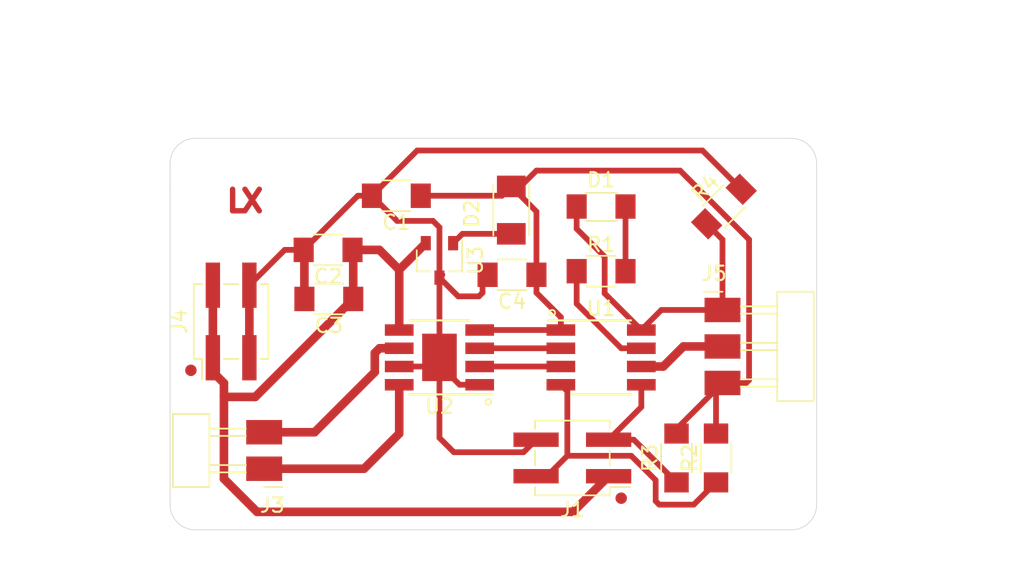
<source format=kicad_pcb>
(kicad_pcb (version 20240108) (generator "pcbnew") (generator_version "8.0")
  (layers (0 "F.Cu" signal) (31 "B.Cu" signal) (34 "B.Paste" user) (35 "F.Paste" user) (36 "B.SilkS" user "B.Silkscreen") (37 "F.SilkS" user "F.Silkscreen") (38 "B.Mask" user) (39 "F.Mask" user) (44 "Edge.Cuts" user))
  (net 0 "")
  (net 1 "PWR_5V")
  (net 2 "PWR_GND")
  (net 3 "PWR_12V")
  (net 4 "Net-(D1-A)")
  (net 5 "SDA")
  (net 6 "SCL")
  (net 7 "UPDI")
  (net 8 "OUT1")
  (net 9 "OUT2")
  (net 10 "LED")
  (net 11 "IN1")
  (net 12 "IN2")
  (net 13 "Net-(D2-A)")
  (footprint "fab:R_1206" (layer "F.Cu") (at 199.25 53.5)
    (property "Reference" "R1" (at 0 -1.85 0) (layer "F.SilkS"))
    (property "Value" "R_1206")
    (fp_line (start -1 -1.07) (end 1 -1.07) (stroke (width 0.12)) (layer "F.SilkS"))
    (fp_line (start 1 1.07) (end -1 1.07) (stroke (width 0.12)) (layer "F.SilkS"))
    (pad "1" smd rect (at -1.7 0) (size 1.4 1.7) (layers "F.Cu" "F.Paste" "F.Mask") (net 10 "LED"))
    (pad "2" smd rect (at 1.7 0) (size 1.4 1.7) (layers "F.Cu" "F.Paste" "F.Mask") (net 4 "Net-(D1-A)"))
  )
  (footprint "fab:PinHeader_1x03_P2.54mm_Horizontal_SMD" (layer "F.Cu") (at 207.7 56.2)
    (property "Reference" "J5" (at -1.524 -2.54 180) (layer "F.SilkS") (effects (justify left)))
    (property "Value" "Conn_PinHeader_1x03_P2.54mm_Horizontal_SMD")
    (fp_line (start -1.27 -1.27) (end 0 -1.27) (stroke (width 0.12)) (layer "F.SilkS"))
    (fp_line (start 3.81 -1.27) (end 6.35 -1.27) (stroke (width 0.12)) (layer "F.SilkS"))
    (fp_line (start 3.81 -0.254) (end 1.27 -0.254) (stroke (width 0.12)) (layer "F.SilkS"))
    (fp_line (start 3.81 0.254) (end 1.27 0.254) (stroke (width 0.12)) (layer "F.SilkS"))
    (fp_line (start 3.81 2.286) (end 1.27 2.286) (stroke (width 0.12)) (layer "F.SilkS"))
    (fp_line (start 3.81 2.794) (end 1.27 2.794) (stroke (width 0.12)) (layer "F.SilkS"))
    (fp_line (start 3.81 4.826) (end 1.27 4.826) (stroke (width 0.12)) (layer "F.SilkS"))
    (fp_line (start 3.81 5.334) (end 1.27 5.334) (stroke (width 0.12)) (layer "F.SilkS"))
    (fp_line (start 3.81 6.35) (end 3.81 -1.27) (stroke (width 0.12)) (layer "F.SilkS"))
    (fp_line (start 6.35 -1.27) (end 6.35 6.35) (stroke (width 0.12)) (layer "F.SilkS"))
    (fp_line (start 6.35 6.35) (end 3.81 6.35) (stroke (width 0.12)) (layer "F.SilkS"))
    (pad "1" smd rect (at 0 0) (size 2.5 1.7) (layers "F.Cu" "F.Paste" "F.Mask") (net 2 "PWR_GND"))
    (pad "2" smd rect (at 0 2.54) (size 2.5 1.7) (layers "F.Cu" "F.Paste" "F.Mask") (net 7 "UPDI"))
    (pad "3" smd rect (at 0 5.08) (size 2.5 1.7) (layers "F.Cu" "F.Paste" "F.Mask") (net 1 "PWR_5V"))
  )
  (footprint "fab:C_1206" (layer "F.Cu") (at 180.25 52.0175 180)
    (property "Reference" "C2" (at 0 -1.85 180) (layer "F.SilkS"))
    (property "Value" "C_1206")
    (fp_line (start 1 1.07) (end -1 1.07) (stroke (width 0.12)) (layer "F.SilkS"))
    (fp_line (start -1 -1.07) (end 1 -1.07) (stroke (width 0.12)) (layer "F.SilkS"))
    (pad "1" smd rect (at -1.7 0 180) (size 1.4 1.7) (layers "F.Cu" "F.Paste" "F.Mask") (net 3 "PWR_12V"))
    (pad "2" smd rect (at 1.7 0 180) (size 1.4 1.7) (layers "F.Cu" "F.Paste" "F.Mask") (net 2 "PWR_GND"))
  )
  (footprint "fab:R_1206" (layer "F.Cu") (at 204.5 66.5 90)
    (property "Reference" "R3" (at 0 -1.85 270) (layer "F.SilkS"))
    (property "Value" "R_1206")
    (fp_line (start -1 -1.07) (end 1 -1.07) (stroke (width 0.12)) (layer "F.SilkS"))
    (fp_line (start 1 1.07) (end -1 1.07) (stroke (width 0.12)) (layer "F.SilkS"))
    (pad "1" smd rect (at -1.7 0 90) (size 1.4 1.7) (layers "F.Cu" "F.Paste" "F.Mask") (net 6 "SCL"))
    (pad "2" smd rect (at 1.7 0 90) (size 1.4 1.7) (layers "F.Cu" "F.Paste" "F.Mask") (net 1 "PWR_5V"))
  )
  (footprint "fab:R_1206" (layer "F.Cu") (at 207.25 66.5 90)
    (property "Reference" "R2" (at 0 -1.85 270) (layer "F.SilkS"))
    (property "Value" "R_1206")
    (fp_line (start -1 -1.07) (end 1 -1.07) (stroke (width 0.12)) (layer "F.SilkS"))
    (fp_line (start 1 1.07) (end -1 1.07) (stroke (width 0.12)) (layer "F.SilkS"))
    (pad "1" smd rect (at -1.7 0 90) (size 1.4 1.7) (layers "F.Cu" "F.Paste" "F.Mask") (net 5 "SDA"))
    (pad "2" smd rect (at 1.7 0 90) (size 1.4 1.7) (layers "F.Cu" "F.Paste" "F.Mask") (net 1 "PWR_5V"))
  )
  (footprint "fab:C_1206" (layer "F.Cu") (at 185 48.25 180)
    (property "Reference" "C1" (at 0 -1.85 180) (layer "F.SilkS"))
    (property "Value" "C_1206")
    (fp_line (start 1 1.07) (end -1 1.07) (stroke (width 0.12)) (layer "F.SilkS"))
    (fp_line (start -1 -1.07) (end 1 -1.07) (stroke (width 0.12)) (layer "F.SilkS"))
    (pad "1" smd rect (at -1.7 0 180) (size 1.4 1.7) (layers "F.Cu" "F.Paste" "F.Mask") (net 1 "PWR_5V"))
    (pad "2" smd rect (at 1.7 0 180) (size 1.4 1.7) (layers "F.Cu" "F.Paste" "F.Mask") (net 2 "PWR_GND"))
  )
  (footprint "fab:C_1206" (layer "F.Cu") (at 193.05 53.75 180)
    (property "Reference" "C4" (at 0 -1.85 180) (layer "F.SilkS"))
    (property "Value" "C_1206")
    (fp_line (start 1 1.07) (end -1 1.07) (stroke (width 0.12)) (layer "F.SilkS"))
    (fp_line (start -1 -1.07) (end 1 -1.07) (stroke (width 0.12)) (layer "F.SilkS"))
    (pad "1" smd rect (at -1.7 0 180) (size 1.4 1.7) (layers "F.Cu" "F.Paste" "F.Mask") (net 1 "PWR_5V"))
    (pad "2" smd rect (at 1.7 0 180) (size 1.4 1.7) (layers "F.Cu" "F.Paste" "F.Mask") (net 2 "PWR_GND"))
  )
  (footprint "fab:R_1206" (layer "F.Cu") (at 207.8 49 45)
    (property "Reference" "R4" (at 0 -1.850001 45) (layer "F.SilkS"))
    (property "Value" "R_1206")
    (fp_line (start -1 -1.07) (end 1 -1.07) (stroke (width 0.12)) (layer "F.SilkS"))
    (fp_line (start 1 1.07) (end -1 1.07) (stroke (width 0.12)) (layer "F.SilkS"))
    (pad "1" smd rect (at -1.700001 0 45) (size 1.4 1.7) (layers "F.Cu" "F.Paste" "F.Mask") (net 2 "PWR_GND"))
    (pad "2" smd rect (at 1.700001 0 45) (size 1.4 1.7) (layers "F.Cu" "F.Paste" "F.Mask") (net 2 "PWR_GND"))
  )
  (footprint "fab:SOT-23-3" (layer "F.Cu") (at 188 52.75 -90)
    (property "Reference" "U3" (at 0 -2.5 90) (layer "F.SilkS"))
    (property "Value" "Regulator_Linear_5.0V_100mA_TexasInstruments")
    (fp_line (start 0.76 1.58) (end -0.7 1.58) (stroke (width 0.12)) (layer "F.SilkS"))
    (fp_line (start 0.76 1.58) (end 0.76 0.65) (stroke (width 0.12)) (layer "F.SilkS"))
    (fp_line (start 0.76 -1.58) (end 0.76 -0.65) (stroke (width 0.12)) (layer "F.SilkS"))
    (fp_line (start 0.76 -1.58) (end -1.4 -1.58) (stroke (width 0.12)) (layer "F.SilkS"))
    (pad "1" smd rect (at -1.2 -0.95 270) (size 1 0.7) (layers "F.Cu" "F.Paste" "F.Mask") (net 13 "Net-(D2-A)"))
    (pad "2" smd rect (at -1.2 0.95 270) (size 1 0.7) (layers "F.Cu" "F.Paste" "F.Mask") (net 3 "PWR_12V"))
    (pad "3" smd rect (at 1.2 0 270) (size 1 0.7) (layers "F.Cu" "F.Paste" "F.Mask") (net 2 "PWR_GND"))
  )
  (footprint "fab:PinHeader_1x02_P2.54mm_Horizontal_SMD" (layer "F.Cu") (at 175.8 67.25 180)
    (property "Reference" "J3" (at -1.524 -2.54 180) (layer "F.SilkS") (effects (justify right)))
    (property "Value" "Conn_PinHeader_1x02_P2.54mm_Horizontal_SMD")
    (fp_line (start 6.35 3.81) (end 3.81 3.81) (stroke (width 0.12)) (layer "F.SilkS"))
    (fp_line (start 6.35 -1.27) (end 6.35 3.81) (stroke (width 0.12)) (layer "F.SilkS"))
    (fp_line (start 3.81 3.81) (end 3.81 -1.27) (stroke (width 0.12)) (layer "F.SilkS"))
    (fp_line (start 3.81 2.794) (end 1.27 2.794) (stroke (width 0.12)) (layer "F.SilkS"))
    (fp_line (start 3.81 2.286) (end 1.27 2.286) (stroke (width 0.12)) (layer "F.SilkS"))
    (fp_line (start 3.81 0.254) (end 1.27 0.254) (stroke (width 0.12)) (layer "F.SilkS"))
    (fp_line (start 3.81 -0.254) (end 1.27 -0.254) (stroke (width 0.12)) (layer "F.SilkS"))
    (fp_line (start 3.81 -1.27) (end 6.35 -1.27) (stroke (width 0.12)) (layer "F.SilkS"))
    (fp_line (start -1.27 -1.27) (end 0 -1.27) (stroke (width 0.12)) (layer "F.SilkS"))
    (pad "1" smd rect (at 0 0 180) (size 2.5 1.7) (layers "F.Cu" "F.Paste" "F.Mask") (net 9 "OUT2"))
    (pad "2" smd rect (at 0 2.54 180) (size 2.5 1.7) (layers "F.Cu" "F.Paste" "F.Mask") (net 8 "OUT1"))
  )
  (footprint "fab:SOIC-8_3.9x4.9mm_P1.27mm_EP2.41x3.3mm" (layer "F.Cu") (at 188 59.5 180)
    (property "Reference" "U2" (at 0 -3.4 180) (layer "F.SilkS"))
    (property "Value" "MotorDriver_FullBridge_A4953")
    (fp_line (start -2.075 2.575) (end 2.075 2.575) (stroke (width 0.15)) (layer "F.SilkS"))
    (fp_line (start -3.69 -2.575) (end 2.075 -2.575) (stroke (width 0.15)) (layer "F.SilkS"))
    (fp_circle (center -3.4 -3.1) (end -3.2 -3.1) (stroke (width 0.12)) (fill none) (layer "F.SilkS"))
    (pad "1" smd rect (at -2.8 -1.905 180) (size 2 0.8) (layers "F.Cu" "F.Paste" "F.Mask") (net 2 "PWR_GND"))
    (pad "2" smd rect (at -2.8 -0.635 180) (size 2 0.8) (layers "F.Cu" "F.Paste" "F.Mask") (net 12 "IN2"))
    (pad "3" smd rect (at -2.8 0.635 180) (size 2 0.8) (layers "F.Cu" "F.Paste" "F.Mask") (net 11 "IN1"))
    (pad "4" smd rect (at -2.8 1.905 180) (size 2 0.8) (layers "F.Cu" "F.Paste" "F.Mask") (net 1 "PWR_5V"))
    (pad "5" smd rect (at 2.8 1.905 180) (size 2 0.8) (layers "F.Cu" "F.Paste" "F.Mask") (net 3 "PWR_12V"))
    (pad "6" smd rect (at 2.8 0.635 180) (size 2 0.8) (layers "F.Cu" "F.Paste" "F.Mask") (net 8 "OUT1"))
    (pad "7" smd rect (at 2.8 -0.635 180) (size 2 0.8) (layers "F.Cu" "F.Paste" "F.Mask") (net 2 "PWR_GND"))
    (pad "8" smd rect (at 2.8 -1.905 180) (size 2 0.8) (layers "F.Cu" "F.Paste" "F.Mask") (net 9 "OUT2"))
    (pad "9" smd rect (at 0 0 180) (size 2.41 3.3) (layers "F.Cu" "F.Paste" "F.Mask") (net 2 "PWR_GND"))
  )
  (footprint "fab:C_1206" (layer "F.Cu") (at 180.3 55.4325 180)
    (property "Reference" "C3" (at 0 -1.85 180) (layer "F.SilkS"))
    (property "Value" "C_1206")
    (fp_line (start 1 1.07) (end -1 1.07) (stroke (width 0.12)) (layer "F.SilkS"))
    (fp_line (start -1 -1.07) (end 1 -1.07) (stroke (width 0.12)) (layer "F.SilkS"))
    (pad "1" smd rect (at -1.7 0 180) (size 1.4 1.7) (layers "F.Cu" "F.Paste" "F.Mask") (net 3 "PWR_12V"))
    (pad "2" smd rect (at 1.7 0 180) (size 1.4 1.7) (layers "F.Cu" "F.Paste" "F.Mask") (net 2 "PWR_GND"))
  )
  (footprint "fab:PinHeader_2x02_P2.54mm_Vertical_SMD" (layer "F.Cu") (at 173.5 57 90)
    (property "Reference" "J4" (at 0 -3.6 270) (layer "F.SilkS"))
    (property "Value" "Conn_PinHeader_2x02_P2.54mm_Vertical_SMD")
    (fp_circle (center -3.4 -2.8) (end -3.1 -2.8) (stroke (width 0.2)) (fill solid) (layer "F.Cu"))
    (fp_line (start 2.6 -2.6) (end 2.6 -2.03) (stroke (width 0.12)) (layer "F.SilkS"))
    (fp_line (start -2.6 -2.6) (end 2.6 -2.6) (stroke (width 0.12)) (layer "F.SilkS"))
    (fp_line (start -2.6 -2.6) (end -2.6 -2.03) (stroke (width 0.12)) (layer "F.SilkS"))
    (fp_line (start -4.04 -2.03) (end -2.6 -2.03) (stroke (width 0.12)) (layer "F.SilkS"))
    (fp_line (start 2.6 -0.51) (end 2.6 0.51) (stroke (width 0.12)) (layer "F.SilkS"))
    (fp_line (start -2.6 -0.51) (end -2.6 0.51) (stroke (width 0.12)) (layer "F.SilkS"))
    (fp_line (start 2.6 2.03) (end 2.6 2.6) (stroke (width 0.12)) (layer "F.SilkS"))
    (fp_line (start -2.6 2.03) (end -2.6 2.6) (stroke (width 0.12)) (layer "F.SilkS"))
    (fp_line (start -2.6 2.6) (end 2.6 2.6) (stroke (width 0.12)) (layer "F.SilkS"))
    (pad "1" smd rect (at -2.525 -1.27 90) (size 3.15 1) (layers "F.Cu" "F.Paste" "F.Mask") (net 3 "PWR_12V"))
    (pad "2" smd rect (at 2.525 -1.27 90) (size 3.15 1) (layers "F.Cu" "F.Paste" "F.Mask") (net 3 "PWR_12V"))
    (pad "3" smd rect (at -2.525 1.27 90) (size 3.15 1) (layers "F.Cu" "F.Paste" "F.Mask") (net 2 "PWR_GND"))
    (pad "4" smd rect (at 2.525 1.27 90) (size 3.15 1) (layers "F.Cu" "F.Paste" "F.Mask") (net 2 "PWR_GND"))
  )
  (footprint "fab:PinHeader_2x02_P2.54mm_Vertical_SMD" (layer "F.Cu") (at 197.25 66.5 180)
    (property "Reference" "J1" (at 0 -3.6 180) (layer "F.SilkS"))
    (property "Value" "Conn_PinHeader_2x02_P2.54mm_Vertical_SMD")
    (fp_circle (center -3.4 -2.8) (end -3.1 -2.8) (stroke (width 0.2)) (fill solid) (layer "F.Cu"))
    (fp_line (start 2.6 2.03) (end 2.6 2.6) (stroke (width 0.12)) (layer "F.SilkS"))
    (fp_line (start 2.6 -0.51) (end 2.6 0.51) (stroke (width 0.12)) (layer "F.SilkS"))
    (fp_line (start 2.6 -2.6) (end 2.6 -2.03) (stroke (width 0.12)) (layer "F.SilkS"))
    (fp_line (start -2.6 2.6) (end 2.6 2.6) (stroke (width 0.12)) (layer "F.SilkS"))
    (fp_line (start -2.6 2.03) (end -2.6 2.6) (stroke (width 0.12)) (layer "F.SilkS"))
    (fp_line (start -2.6 -0.51) (end -2.6 0.51) (stroke (width 0.12)) (layer "F.SilkS"))
    (fp_line (start -2.6 -2.6) (end 2.6 -2.6) (stroke (width 0.12)) (layer "F.SilkS"))
    (fp_line (start -2.6 -2.6) (end -2.6 -2.03) (stroke (width 0.12)) (layer "F.SilkS"))
    (fp_line (start -4.04 -2.03) (end -2.6 -2.03) (stroke (width 0.12)) (layer "F.SilkS"))
    (pad "1" smd rect (at -2.525 -1.27 180) (size 3.15 1) (layers "F.Cu" "F.Paste" "F.Mask") (net 3 "PWR_12V"))
    (pad "2" smd rect (at 2.525 -1.27 180) (size 3.15 1) (layers "F.Cu" "F.Paste" "F.Mask") (net 5 "SDA"))
    (pad "3" smd rect (at -2.525 1.27 180) (size 3.15 1) (layers "F.Cu" "F.Paste" "F.Mask") (net 6 "SCL"))
    (pad "4" smd rect (at 2.525 1.27 180) (size 3.15 1) (layers "F.Cu" "F.Paste" "F.Mask") (net 2 "PWR_GND"))
  )
  (footprint "fab:SOD-123T" (layer "F.Cu") (at 193 49.25 -90)
    (property "Reference" "D2" (at 0.25 2.75 90) (layer "F.SilkS"))
    (property "Value" "Diode_Schottky_MiniSMA")
    (fp_line (start -1.75 1.25) (end 1.75 1.25) (stroke (width 0.12)) (layer "F.SilkS"))
    (fp_line (start -1.75 -1.25) (end 1.75 -1.25) (stroke (width 0.12)) (layer "F.SilkS"))
    (pad "1" smd rect (at -1.65 0 270) (size 1.5 2) (layers "F.Cu" "F.Paste" "F.Mask") (net 1 "PWR_5V"))
    (pad "2" smd rect (at 1.65 0 270) (size 1.5 2) (layers "F.Cu" "F.Paste" "F.Mask") (net 13 "Net-(D2-A)"))
  )
  (footprint "fab:SOIC-8_3.9x4.9mm_P1.27mm" (layer "F.Cu") (at 199.25 59.5)
    (property "Reference" "U1" (at 0 -3.4 0) (layer "F.SilkS"))
    (property "Value" "Microcontroller_ATtiny412_SSFR")
    (fp_line (start -3.69 -2.575) (end 2.075 -2.575) (stroke (width 0.15)) (layer "F.SilkS"))
    (fp_line (start -2.075 2.575) (end 2.075 2.575) (stroke (width 0.15)) (layer "F.SilkS"))
    (fp_circle (center -3.4 -3.1) (end -3.2 -3.1) (stroke (width 0.12)) (fill none) (layer "F.SilkS"))
    (pad "1" smd rect (at -2.8 -1.905) (size 2 0.8) (layers "F.Cu" "F.Paste" "F.Mask") (net 1 "PWR_5V"))
    (pad "2" smd rect (at -2.8 -0.635) (size 2 0.8) (layers "F.Cu" "F.Paste" "F.Mask") (net 11 "IN1"))
    (pad "3" smd rect (at -2.8 0.635) (size 2 0.8) (layers "F.Cu" "F.Paste" "F.Mask") (net 12 "IN2"))
    (pad "4" smd rect (at -2.8 1.905) (size 2 0.8) (layers "F.Cu" "F.Paste" "F.Mask") (net 5 "SDA"))
    (pad "5" smd rect (at 2.8 1.905) (size 2 0.8) (layers "F.Cu" "F.Paste" "F.Mask") (net 6 "SCL"))
    (pad "6" smd rect (at 2.8 0.635) (size 2 0.8) (layers "F.Cu" "F.Paste" "F.Mask") (net 7 "UPDI"))
    (pad "7" smd rect (at 2.8 -0.635) (size 2 0.8) (layers "F.Cu" "F.Paste" "F.Mask") (net 10 "LED"))
    (pad "8" smd rect (at 2.8 -1.905) (size 2 0.8) (layers "F.Cu" "F.Paste" "F.Mask") (net 2 "PWR_GND"))
  )
  (footprint "fab:LED_1206" (layer "F.Cu") (at 199.25 49)
    (property "Reference" "D1" (at 0 -1.85 0) (layer "F.SilkS"))
    (property "Value" "LED_1206")
    (fp_line (start -1.1 -0.95) (end 1.1 -0.95) (stroke (width 0.12)) (layer "F.SilkS"))
    (fp_line (start -1.1 1) (end 1.1 1) (stroke (width 0.12)) (layer "F.SilkS"))
    (pad "1" smd rect (at -1.7 0) (size 1.4 1.7) (layers "F.Cu" "F.Paste" "F.Mask") (net 2 "PWR_GND"))
    (pad "2" smd rect (at 1.7 0) (size 1.4 1.7) (layers "F.Cu" "F.Paste" "F.Mask") (net 4 "Net-(D1-A)"))
  )
  (gr_line (start 171 44.25) (end 212.5 44.25) (stroke (width 0.05)) (layer "Edge.Cuts"))
  (gr_line (start 214.25 46) (end 214.25 47.75) (stroke (width 0.05)) (layer "Edge.Cuts"))
  (gr_arc (start 212.5 44.25) (mid 213.737437 44.762563) (end 214.25 46) (stroke (width 0.05)) (layer "Edge.Cuts"))
  (gr_arc (start 169.25 46) (mid 169.762563 44.762563) (end 171 44.25) (stroke (width 0.05)) (layer "Edge.Cuts"))
  (gr_line (start 169.25 47.75) (end 169.25 46) (stroke (width 0.05)) (layer "Edge.Cuts"))
  (gr_arc (start 214.25 69.75) (mid 213.737437 70.987437) (end 212.5 71.5) (stroke (width 0.05)) (layer "Edge.Cuts"))
  (gr_line (start 214.25 47.75) (end 214.25 69.75) (stroke (width 0.05)) (layer "Edge.Cuts"))
  (gr_line (start 212.5 71.5) (end 171 71.5) (stroke (width 0.05)) (layer "Edge.Cuts"))
  (gr_arc (start 171 71.5) (mid 169.762563 70.987437) (end 169.25 69.75) (stroke (width 0.05)) (layer "Edge.Cuts"))
  (gr_line (start 169.25 69.75) (end 169.25 47.75) (stroke (width 0.05)) (layer "Edge.Cuts"))
  (gr_text "L" (at 173 49.5 0) (layer "F.Cu") (effects (font (size 1.5 1.5) (thickness 0.375) (bold yes)) (justify left bottom)))
  (gr_text "X" (at 174 49.5 0) (layer "F.Cu") (effects (font (size 1.5 1.5) (thickness 0.375) (bold yes)) (justify left bottom)))
  (segment (start 186.7 48.25) (end 192.35 48.25) (width 0.4) (layer "F.Cu") (net 1))
  (segment (start 192.35 48.25) (end 193 47.6) (width 0.4) (layer "F.Cu") (net 1))
  (segment (start 194.75 55) (end 196.45 56.7) (width 0.4) (layer "F.Cu") (net 1))
  (segment (start 209.55 61.08) (end 209.55 51.3) (width 0.4) (layer "F.Cu") (net 1))
  (segment (start 207.25 61.73) (end 207.7 61.28) (width 0.4) (layer "F.Cu") (net 1))
  (segment (start 204.5 64.48) (end 207.7 61.28) (width 0.4) (layer "F.Cu") (net 1))
  (segment (start 193.65 47.6) (end 193 47.6) (width 0.4) (layer "F.Cu") (net 1))
  (segment (start 196.45 57.595) (end 190.8 57.595) (width 0.4) (layer "F.Cu") (net 1))
  (segment (start 196.45 56.7) (end 196.45 57.595) (width 0.4) (layer "F.Cu") (net 1))
  (segment (start 194.75 46.5) (end 193.65 47.6) (width 0.4) (layer "F.Cu") (net 1))
  (segment (start 207.7 61.28) (end 209.35 61.28) (width 0.4) (layer "F.Cu") (net 1))
  (segment (start 194.75 49.35) (end 194.75 53.75) (width 0.4) (layer "F.Cu") (net 1))
  (segment (start 204.5 64.8) (end 204.5 64.48) (width 0.4) (layer "F.Cu") (net 1))
  (segment (start 209.55 51.3) (end 204.75 46.5) (width 0.4) (layer "F.Cu") (net 1))
  (segment (start 193 47.6) (end 194.75 49.35) (width 0.4) (layer "F.Cu") (net 1))
  (segment (start 194.75 53.75) (end 194.75 55) (width 0.4) (layer "F.Cu") (net 1))
  (segment (start 204.75 46.5) (end 194.75 46.5) (width 0.4) (layer "F.Cu") (net 1))
  (segment (start 209.35 61.28) (end 209.55 61.08) (width 0.4) (layer "F.Cu") (net 1))
  (segment (start 207.25 64.8) (end 207.25 61.73) (width 0.4) (layer "F.Cu") (net 1))
  (segment (start 199.5 55.045) (end 202.05 57.595) (width 0.4) (layer "F.Cu") (net 2))
  (segment (start 207.7 56.2) (end 203.445 56.2) (width 0.4) (layer "F.Cu") (net 2))
  (segment (start 187.365 60.135) (end 188 59.5) (width 0.4) (layer "F.Cu") (net 2))
  (segment (start 197.55 49) (end 197.55 50.55) (width 0.4) (layer "F.Cu") (net 2))
  (segment (start 188 59.5) (end 188 60.005) (width 0.4) (layer "F.Cu") (net 2))
  (segment (start 188 59.5) (end 188 53.95) (width 0.4) (layer "F.Cu") (net 2))
  (segment (start 174.77 54.475) (end 174.77 59.525) (width 0.6) (layer "F.Cu") (net 2))
  (segment (start 178.55 52.0175) (end 177.2275 52.0175) (width 0.4) (layer "F.Cu") (net 2))
  (segment (start 188 50.45) (end 187.55 50) (width 0.4) (layer "F.Cu") (net 2))
  (segment (start 207.7 56.2) (end 207.7 51.304164) (width 0.4) (layer "F.Cu") (net 2))
  (segment (start 194.725 65.23) (end 193.855 66.1) (width 0.4) (layer "F.Cu") (net 2))
  (segment (start 190.75 55.25) (end 191 55) (width 0.4) (layer "F.Cu") (net 2))
  (segment (start 188 60.005) (end 189.4 61.405) (width 0.4) (layer "F.Cu") (net 2))
  (segment (start 197.55 50.55) (end 199.5 52.5) (width 0.4) (layer "F.Cu") (net 2))
  (segment (start 191 54.1) (end 191.35 53.75) (width 0.4) (layer "F.Cu") (net 2))
  (segment (start 189.4 61.405) (end 190.8 61.405) (width 0.4) (layer "F.Cu") (net 2))
  (segment (start 187.55 50) (end 185.05 50) (width 0.4) (layer "F.Cu") (net 2))
  (segment (start 178.6 55.4325) (end 178.6 52.0675) (width 0.6) (layer "F.Cu") (net 2))
  (segment (start 185.2 60.135) (end 187.365 60.135) (width 0.4) (layer "F.Cu") (net 2))
  (segment (start 206.304164 45.1) (end 186.45 45.1) (width 0.4) (layer "F.Cu") (net 2))
  (segment (start 188 65.1) (end 188 59.5) (width 0.4) (layer "F.Cu") (net 2))
  (segment (start 189.3 55.25) (end 190.75 55.25) (width 0.4) (layer "F.Cu") (net 2))
  (segment (start 199.5 52.5) (end 199.5 55.045) (width 0.4) (layer "F.Cu") (net 2))
  (segment (start 188.2 53.75) (end 188 53.95) (width 0.4) (layer "F.Cu") (net 2))
  (segment (start 193.855 66.1) (end 189 66.1) (width 0.4) (layer "F.Cu") (net 2))
  (segment (start 183.3 48.25) (end 182.3175 48.25) (width 0.4) (layer "F.Cu") (net 2))
  (segment (start 188 53.95) (end 188 50.45) (width 0.4) (layer "F.Cu") (net 2))
  (segment (start 177.2275 52.0175) (end 174.77 54.475) (width 0.4) (layer "F.Cu") (net 2))
  (segment (start 191 55) (end 191 54.1) (width 0.4) (layer "F.Cu") (net 2))
  (segment (start 209.002082 47.797918) (end 206.304164 45.1) (width 0.4) (layer "F.Cu") (net 2))
  (segment (start 185.05 50) (end 183.3 48.25) (width 0.4) (layer "F.Cu") (net 2))
  (segment (start 188 53.95) (end 189.3 55.25) (width 0.4) (layer "F.Cu") (net 2))
  (segment (start 189 66.1) (end 188 65.1) (width 0.4) (layer "F.Cu") (net 2))
  (segment (start 186.45 45.1) (end 183.3 48.25) (width 0.4) (layer "F.Cu") (net 2))
  (segment (start 182.3175 48.25) (end 178.55 52.0175) (width 0.4) (layer "F.Cu") (net 2))
  (segment (start 207.7 51.304164) (end 206.597918 50.202082) (width 0.4) (layer "F.Cu") (net 2))
  (segment (start 203.445 56.2) (end 202.05 57.595) (width 0.4) (layer "F.Cu") (net 2))
  (segment (start 172.23 59.525) (end 172.23 60.52) (width 0.6) (layer "F.Cu") (net 3))
  (segment (start 197.295 70.25) (end 199.775 67.77) (width 0.6) (layer "F.Cu") (net 3))
  (segment (start 172.23 60.52) (end 173 61.29) (width 0.6) (layer "F.Cu") (net 3))
  (segment (start 175.1825 62.25) (end 182 55.4325) (width 0.6) (layer "F.Cu") (net 3))
  (segment (start 173 62.25) (end 173 67.95) (width 0.6) (layer "F.Cu") (net 3))
  (segment (start 173 62.25) (end 175.1825 62.25) (width 0.6) (layer "F.Cu") (net 3))
  (segment (start 175.3 70.25) (end 197.295 70.25) (width 0.6) (layer "F.Cu") (net 3))
  (segment (start 185.2 53.4) (end 185.2 57.595) (width 0.6) (layer "F.Cu") (net 3))
  (segment (start 172.23 53.4) (end 172.23 54.475) (width 0.6) (layer "F.Cu") (net 3))
  (segment (start 182 55.4325) (end 182 52.0675) (width 0.6) (layer "F.Cu") (net 3))
  (segment (start 187.05 51.55) (end 185.2 53.4) (width 0.6) (layer "F.Cu") (net 3))
  (segment (start 173 67.95) (end 175.3 70.25) (width 0.6) (layer "F.Cu") (net 3))
  (segment (start 173 61.29) (end 173 62.25) (width 0.6) (layer "F.Cu") (net 3))
  (segment (start 181.95 52.0175) (end 183.8175 52.0175) (width 0.6) (layer "F.Cu") (net 3))
  (segment (start 172.23 59.525) (end 172.23 54.475) (width 0.6) (layer "F.Cu") (net 3))
  (segment (start 183.8175 52.0175) (end 185.2 53.4) (width 0.6) (layer "F.Cu") (net 3))
  (segment (start 200.95 53.5) (end 200.95 49) (width 0.4) (layer "F.Cu") (net 4))
  (segment (start 196.45 61.405) (end 196.9 61.855) (width 0.4) (layer "F.Cu") (net 5))
  (segment (start 203.05 69.5) (end 203.3 69.75) (width 0.4) (layer "F.Cu") (net 5))
  (segment (start 196.9 61.855) (end 196.9 66.35) (width 0.4) (layer "F.Cu") (net 5))
  (segment (start 195.48 67.77) (end 194.725 67.77) (width 0.4) (layer "F.Cu") (net 5))
  (segment (start 205.7 69.75) (end 207.25 68.2) (width 0.4) (layer "F.Cu") (net 5))
  (segment (start 196.9 66.35) (end 201.35 66.35) (width 0.4) (layer "F.Cu") (net 5))
  (segment (start 203.3 69.75) (end 205.7 69.75) (width 0.4) (layer "F.Cu") (net 5))
  (segment (start 203.05 68.05) (end 203.05 69.5) (width 0.4) (layer "F.Cu") (net 5))
  (segment (start 201.35 66.35) (end 203.05 68.05) (width 0.4) (layer "F.Cu") (net 5))
  (segment (start 196.9 66.35) (end 195.48 67.77) (width 0.4) (layer "F.Cu") (net 5))
  (segment (start 202.05 61.405) (end 202.05 62.955) (width 0.4) (layer "F.Cu") (net 6))
  (segment (start 199.775 65.23) (end 201.53 65.23) (width 0.4) (layer "F.Cu") (net 6))
  (segment (start 202.05 62.955) (end 199.775 65.23) (width 0.4) (layer "F.Cu") (net 6))
  (segment (start 201.53 65.23) (end 204.5 68.2) (width 0.4) (layer "F.Cu") (net 6))
  (segment (start 203.58 60.135) (end 202.05 60.135) (width 0.6) (layer "F.Cu") (net 7))
  (segment (start 207.7 58.74) (end 204.975 58.74) (width 0.6) (layer "F.Cu") (net 7))
  (segment (start 204.975 58.74) (end 203.58 60.135) (width 0.6) (layer "F.Cu") (net 7))
  (segment (start 183.83 58.865) (end 185.2 58.865) (width 0.6) (layer "F.Cu") (net 8))
  (segment (start 183.5 59.195) (end 183.83 58.865) (width 0.6) (layer "F.Cu") (net 8))
  (segment (start 179.31 64.71) (end 183.5 60.52) (width 0.6) (layer "F.Cu") (net 8))
  (segment (start 183.5 60.52) (end 183.5 59.195) (width 0.6) (layer "F.Cu") (net 8))
  (segment (start 175.8 64.71) (end 179.31 64.71) (width 0.6) (layer "F.Cu") (net 8))
  (segment (start 185.2 61.405) (end 185.2 64.8) (width 0.6) (layer "F.Cu") (net 9))
  (segment (start 185.2 64.8) (end 182.75 67.25) (width 0.6) (layer "F.Cu") (net 9))
  (segment (start 182.75 67.25) (end 175.8 67.25) (width 0.6) (layer "F.Cu") (net 9))
  (segment (start 197.55 53.5) (end 197.55 55.765) (width 0.4) (layer "F.Cu") (net 10))
  (segment (start 200.65 58.865) (end 202.05 58.865) (width 0.4) (layer "F.Cu") (net 10))
  (segment (start 197.55 55.765) (end 200.65 58.865) (width 0.4) (layer "F.Cu") (net 10))
  (segment (start 196.45 58.865) (end 190.8 58.865) (width 0.4) (layer "F.Cu") (net 11))
  (segment (start 196.45 60.135) (end 190.8 60.135) (width 0.4) (layer "F.Cu") (net 12))
  (segment (start 189.6 50.9) (end 188.95 51.55) (width 0.4) (layer "F.Cu") (net 13))
  (segment (start 193 50.9) (end 189.6 50.9) (width 0.4) (layer "F.Cu") (net 13))
)
</source>
